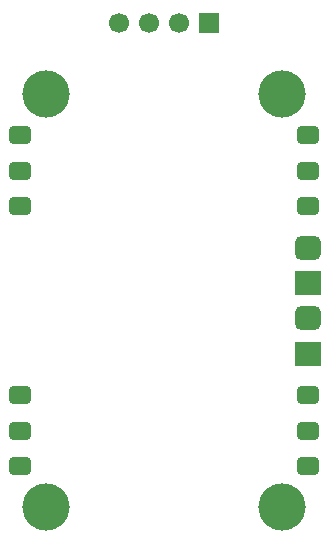
<source format=gbr>
G04*
G04 #@! TF.GenerationSoftware,Altium Limited,Altium Designer,24.8.2 (39)*
G04*
G04 Layer_Color=12632256*
%FSLAX25Y25*%
%MOIN*%
G70*
G04*
G04 #@! TF.SameCoordinates,30F909D6-0262-4237-A391-FF9CD089CF35*
G04*
G04*
G04 #@! TF.FilePolarity,Positive*
G04*
G01*
G75*
%ADD86R,0.06693X0.06693*%
%ADD87C,0.06693*%
%ADD88C,0.15748*%
G04:AMPARAMS|DCode=89|XSize=86.61mil|YSize=78.74mil|CornerRadius=19.68mil|HoleSize=0mil|Usage=FLASHONLY|Rotation=0.000|XOffset=0mil|YOffset=0mil|HoleType=Round|Shape=RoundedRectangle|*
%AMROUNDEDRECTD89*
21,1,0.08661,0.03937,0,0,0.0*
21,1,0.04724,0.07874,0,0,0.0*
1,1,0.03937,0.02362,-0.01968*
1,1,0.03937,-0.02362,-0.01968*
1,1,0.03937,-0.02362,0.01968*
1,1,0.03937,0.02362,0.01968*
%
%ADD89ROUNDEDRECTD89*%
%ADD90R,0.08661X0.07874*%
G04:AMPARAMS|DCode=91|XSize=74.8mil|YSize=59.06mil|CornerRadius=14.76mil|HoleSize=0mil|Usage=FLASHONLY|Rotation=0.000|XOffset=0mil|YOffset=0mil|HoleType=Round|Shape=RoundedRectangle|*
%AMROUNDEDRECTD91*
21,1,0.07480,0.02953,0,0,0.0*
21,1,0.04528,0.05906,0,0,0.0*
1,1,0.02953,0.02264,-0.01476*
1,1,0.02953,-0.02264,-0.01476*
1,1,0.02953,-0.02264,0.01476*
1,1,0.02953,0.02264,0.01476*
%
%ADD91ROUNDEDRECTD91*%
D86*
X66181Y173228D02*
D03*
D87*
X56181D02*
D03*
X46181D02*
D03*
X36181D02*
D03*
D88*
X11811Y149606D02*
D03*
X90551D02*
D03*
X11811Y11811D02*
D03*
X90551D02*
D03*
D89*
X99213Y98425D02*
D03*
Y74803D02*
D03*
D90*
Y86614D02*
D03*
Y62992D02*
D03*
D91*
X3150Y124016D02*
D03*
Y112205D02*
D03*
Y135827D02*
D03*
Y25591D02*
D03*
Y49213D02*
D03*
Y37402D02*
D03*
X99213Y124016D02*
D03*
Y135827D02*
D03*
Y112205D02*
D03*
Y49213D02*
D03*
Y25591D02*
D03*
Y37402D02*
D03*
M02*

</source>
